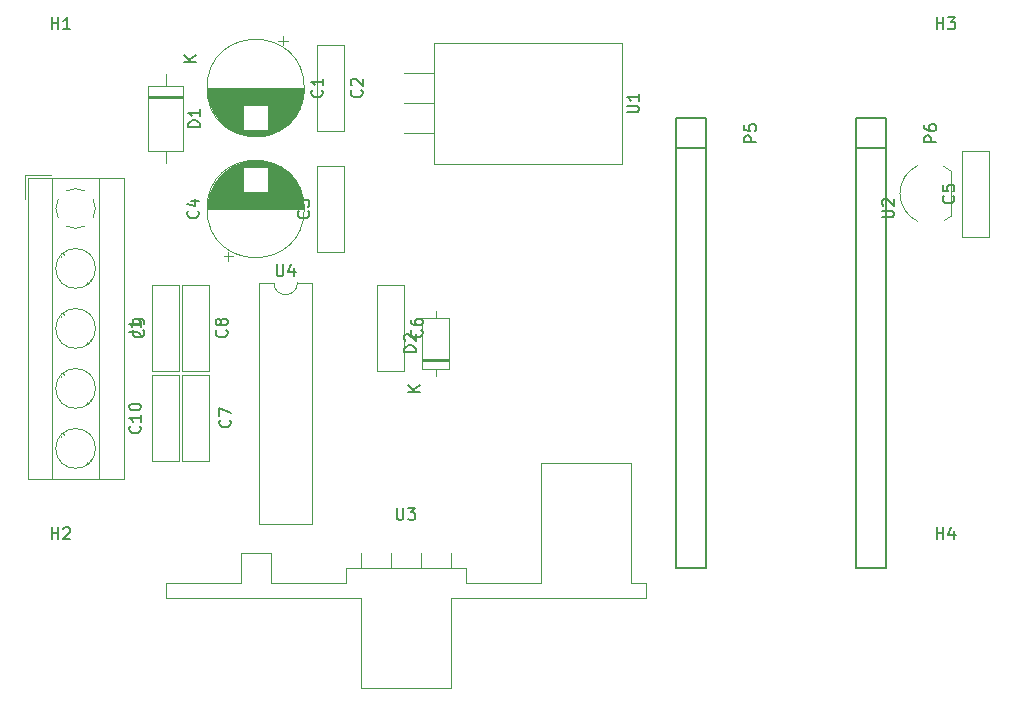
<source format=gbr>
G04 #@! TF.GenerationSoftware,KiCad,Pcbnew,5.1.6*
G04 #@! TF.CreationDate,2020-05-30T14:27:56+02:00*
G04 #@! TF.ProjectId,transmitter,7472616e-736d-4697-9474-65722e6b6963,rev?*
G04 #@! TF.SameCoordinates,PX41672a0PY6350ce0*
G04 #@! TF.FileFunction,Legend,Top*
G04 #@! TF.FilePolarity,Positive*
%FSLAX46Y46*%
G04 Gerber Fmt 4.6, Leading zero omitted, Abs format (unit mm)*
G04 Created by KiCad (PCBNEW 5.1.6) date 2020-05-30 14:27:56*
%MOMM*%
%LPD*%
G01*
G04 APERTURE LIST*
%ADD10C,0.120000*%
%ADD11C,0.150000*%
G04 APERTURE END LIST*
D10*
X80440000Y36160000D02*
X80440000Y40010000D01*
X79852264Y40402383D02*
G75*
G02*
X80440000Y40010000I-1112264J-2302383D01*
G01*
X77641193Y40456400D02*
G75*
G03*
X76140000Y38100000I1098807J-2356400D01*
G01*
X77641193Y35743600D02*
G75*
G02*
X76140000Y38100000I1098807J2356400D01*
G01*
X79862045Y35777369D02*
G75*
G03*
X80440000Y36160000I-1122045J2322631D01*
G01*
D11*
X74930000Y41910000D02*
X74930000Y44450000D01*
X74930000Y44450000D02*
X72390000Y44450000D01*
X72390000Y44450000D02*
X72390000Y41910000D01*
X74930000Y41910000D02*
X74930000Y6350000D01*
X74930000Y6350000D02*
X72390000Y6350000D01*
X72390000Y6350000D02*
X72390000Y41910000D01*
X72390000Y41910000D02*
X74930000Y41910000D01*
X59690000Y41910000D02*
X59690000Y44450000D01*
X59690000Y44450000D02*
X57150000Y44450000D01*
X57150000Y44450000D02*
X57150000Y41910000D01*
X59690000Y41910000D02*
X59690000Y6350000D01*
X59690000Y6350000D02*
X57150000Y6350000D01*
X57150000Y6350000D02*
X57150000Y41910000D01*
X57150000Y41910000D02*
X59690000Y41910000D01*
D10*
X13970000Y5080000D02*
X20320000Y5080000D01*
X29210000Y5080000D02*
X29210000Y6350000D01*
X29210000Y6350000D02*
X39370000Y6350000D01*
X39370000Y6350000D02*
X39370000Y5080000D01*
X39370000Y5080000D02*
X45720000Y5080000D01*
X45720000Y5080000D02*
X45720000Y15240000D01*
X45720000Y15240000D02*
X53340000Y15240000D01*
X53340000Y15240000D02*
X53340000Y5080000D01*
X53340000Y5080000D02*
X54610000Y5080000D01*
X54610000Y5080000D02*
X54610000Y3810000D01*
X54610000Y3810000D02*
X38100000Y3810000D01*
X38100000Y3810000D02*
X38100000Y-3810000D01*
X38100000Y-3810000D02*
X30480000Y-3810000D01*
X30480000Y-3810000D02*
X30480000Y3810000D01*
X30480000Y3810000D02*
X13970000Y3810000D01*
X13970000Y3810000D02*
X13970000Y5080000D01*
X29210000Y5080000D02*
X22860000Y5080000D01*
X22860000Y5080000D02*
X22860000Y7620000D01*
X22860000Y7620000D02*
X20320000Y7620000D01*
X20320000Y7620000D02*
X20320000Y5080000D01*
X30480000Y7620000D02*
X30480000Y6350000D01*
X33020000Y7620000D02*
X33020000Y6350000D01*
X35560000Y7620000D02*
X35560000Y6350000D01*
X38100000Y7620000D02*
X38100000Y6350000D01*
X8030000Y31750000D02*
G75*
G03*
X8030000Y31750000I-1680000J0D01*
G01*
X8030000Y26670000D02*
G75*
G03*
X8030000Y26670000I-1680000J0D01*
G01*
X8030000Y21590000D02*
G75*
G03*
X8030000Y21590000I-1680000J0D01*
G01*
X8030000Y16510000D02*
G75*
G03*
X8030000Y16510000I-1680000J0D01*
G01*
X4350000Y39430000D02*
X4350000Y13910000D01*
X8350000Y39430000D02*
X8350000Y13910000D01*
X10410000Y39430000D02*
X10410000Y13910000D01*
X2290000Y39430000D02*
X2290000Y13910000D01*
X10410000Y39430000D02*
X2290000Y39430000D01*
X10410000Y13910000D02*
X2290000Y13910000D01*
X7419000Y30475000D02*
X7326000Y30569000D01*
X5134000Y32760000D02*
X5076000Y32819000D01*
X7625000Y30680000D02*
X7566000Y30739000D01*
X5374000Y32930000D02*
X5281000Y33024000D01*
X7419000Y25395000D02*
X7326000Y25489000D01*
X5134000Y27680000D02*
X5076000Y27739000D01*
X7625000Y25600000D02*
X7566000Y25659000D01*
X5374000Y27850000D02*
X5281000Y27944000D01*
X7419000Y20315000D02*
X7326000Y20409000D01*
X5134000Y22600000D02*
X5076000Y22659000D01*
X7625000Y20520000D02*
X7566000Y20579000D01*
X5374000Y22770000D02*
X5281000Y22864000D01*
X7419000Y15235000D02*
X7326000Y15329000D01*
X5134000Y17520000D02*
X5076000Y17579000D01*
X7625000Y15440000D02*
X7566000Y15499000D01*
X5374000Y17690000D02*
X5281000Y17784000D01*
X4290000Y39670000D02*
X2050000Y39670000D01*
X2050000Y39670000D02*
X2050000Y37670000D01*
X4669550Y36800617D02*
G75*
G02*
X4866000Y37619000I1680450J29383D01*
G01*
X5560912Y38313953D02*
G75*
G02*
X7139000Y38314000I789088J-1483953D01*
G01*
X7833953Y37619088D02*
G75*
G02*
X7834000Y36041000I-1483953J-789088D01*
G01*
X7139088Y35346047D02*
G75*
G02*
X5561000Y35346000I-789088J1483953D01*
G01*
X4866648Y36041288D02*
G75*
G02*
X4670000Y36830000I1483352J788712D01*
G01*
X23130000Y30540000D02*
X21880000Y30540000D01*
X21880000Y30540000D02*
X21880000Y10100000D01*
X21880000Y10100000D02*
X26380000Y10100000D01*
X26380000Y10100000D02*
X26380000Y30540000D01*
X26380000Y30540000D02*
X25130000Y30540000D01*
X25130000Y30540000D02*
G75*
G02*
X23130000Y30540000I-1000000J0D01*
G01*
X36710000Y50840000D02*
X36710000Y40600000D01*
X52600000Y50840000D02*
X52600000Y40600000D01*
X52600000Y50840000D02*
X36710000Y50840000D01*
X52600000Y40600000D02*
X36710000Y40600000D01*
X36710000Y48260000D02*
X34170000Y48260000D01*
X36710000Y45720000D02*
X34170000Y45720000D01*
X36710000Y43180000D02*
X34170000Y43180000D01*
X35710000Y23280000D02*
X37950000Y23280000D01*
X37950000Y23280000D02*
X37950000Y27520000D01*
X37950000Y27520000D02*
X35710000Y27520000D01*
X35710000Y27520000D02*
X35710000Y23280000D01*
X36830000Y22630000D02*
X36830000Y23280000D01*
X36830000Y28170000D02*
X36830000Y27520000D01*
X35710000Y24000000D02*
X37950000Y24000000D01*
X35710000Y24120000D02*
X37950000Y24120000D01*
X35710000Y23880000D02*
X37950000Y23880000D01*
X15440000Y47170000D02*
X12500000Y47170000D01*
X12500000Y47170000D02*
X12500000Y41730000D01*
X12500000Y41730000D02*
X15440000Y41730000D01*
X15440000Y41730000D02*
X15440000Y47170000D01*
X13970000Y48190000D02*
X13970000Y47170000D01*
X13970000Y40710000D02*
X13970000Y41730000D01*
X15440000Y46270000D02*
X12500000Y46270000D01*
X15440000Y46150000D02*
X12500000Y46150000D01*
X15440000Y46390000D02*
X12500000Y46390000D01*
X12850000Y15470000D02*
X12850000Y22710000D01*
X15090000Y15470000D02*
X15090000Y22710000D01*
X12850000Y15470000D02*
X15090000Y15470000D01*
X12850000Y22710000D02*
X15090000Y22710000D01*
X12850000Y23090000D02*
X12850000Y30330000D01*
X15090000Y23090000D02*
X15090000Y30330000D01*
X12850000Y23090000D02*
X15090000Y23090000D01*
X12850000Y30330000D02*
X15090000Y30330000D01*
X17630000Y30330000D02*
X17630000Y23090000D01*
X15390000Y30330000D02*
X15390000Y23090000D01*
X17630000Y30330000D02*
X15390000Y30330000D01*
X17630000Y23090000D02*
X15390000Y23090000D01*
X17630000Y22710000D02*
X17630000Y15470000D01*
X15390000Y22710000D02*
X15390000Y15470000D01*
X17630000Y22710000D02*
X15390000Y22710000D01*
X17630000Y15470000D02*
X15390000Y15470000D01*
X34140000Y30330000D02*
X34140000Y23090000D01*
X31900000Y30330000D02*
X31900000Y23090000D01*
X34140000Y30330000D02*
X31900000Y30330000D01*
X34140000Y23090000D02*
X31900000Y23090000D01*
X81430000Y34440000D02*
X81430000Y41680000D01*
X83670000Y34440000D02*
X83670000Y41680000D01*
X81430000Y34440000D02*
X83670000Y34440000D01*
X81430000Y41680000D02*
X83670000Y41680000D01*
X25710000Y36790000D02*
G75*
G03*
X25710000Y36790000I-4120000J0D01*
G01*
X17510000Y36790000D02*
X25670000Y36790000D01*
X17510000Y36830000D02*
X25670000Y36830000D01*
X17510000Y36870000D02*
X25670000Y36870000D01*
X17511000Y36910000D02*
X25669000Y36910000D01*
X17513000Y36950000D02*
X25667000Y36950000D01*
X17514000Y36990000D02*
X25666000Y36990000D01*
X17516000Y37030000D02*
X25664000Y37030000D01*
X17519000Y37070000D02*
X25661000Y37070000D01*
X17522000Y37110000D02*
X25658000Y37110000D01*
X17525000Y37150000D02*
X25655000Y37150000D01*
X17529000Y37190000D02*
X25651000Y37190000D01*
X17533000Y37230000D02*
X25647000Y37230000D01*
X17538000Y37270000D02*
X25642000Y37270000D01*
X17542000Y37310000D02*
X25638000Y37310000D01*
X17548000Y37350000D02*
X25632000Y37350000D01*
X17553000Y37390000D02*
X25627000Y37390000D01*
X17560000Y37430000D02*
X25620000Y37430000D01*
X17566000Y37470000D02*
X25614000Y37470000D01*
X17573000Y37511000D02*
X25607000Y37511000D01*
X17580000Y37551000D02*
X25600000Y37551000D01*
X17588000Y37591000D02*
X25592000Y37591000D01*
X17596000Y37631000D02*
X25584000Y37631000D01*
X17605000Y37671000D02*
X25575000Y37671000D01*
X17614000Y37711000D02*
X25566000Y37711000D01*
X17623000Y37751000D02*
X25557000Y37751000D01*
X17633000Y37791000D02*
X25547000Y37791000D01*
X17643000Y37831000D02*
X25537000Y37831000D01*
X17654000Y37871000D02*
X25526000Y37871000D01*
X17665000Y37911000D02*
X25515000Y37911000D01*
X17676000Y37951000D02*
X25504000Y37951000D01*
X17688000Y37991000D02*
X25492000Y37991000D01*
X17701000Y38031000D02*
X25479000Y38031000D01*
X17713000Y38071000D02*
X25467000Y38071000D01*
X17727000Y38111000D02*
X25453000Y38111000D01*
X17740000Y38151000D02*
X25440000Y38151000D01*
X17755000Y38191000D02*
X25425000Y38191000D01*
X17769000Y38231000D02*
X25411000Y38231000D01*
X17785000Y38271000D02*
X20550000Y38271000D01*
X22630000Y38271000D02*
X25395000Y38271000D01*
X17800000Y38311000D02*
X20550000Y38311000D01*
X22630000Y38311000D02*
X25380000Y38311000D01*
X17816000Y38351000D02*
X20550000Y38351000D01*
X22630000Y38351000D02*
X25364000Y38351000D01*
X17833000Y38391000D02*
X20550000Y38391000D01*
X22630000Y38391000D02*
X25347000Y38391000D01*
X17850000Y38431000D02*
X20550000Y38431000D01*
X22630000Y38431000D02*
X25330000Y38431000D01*
X17868000Y38471000D02*
X20550000Y38471000D01*
X22630000Y38471000D02*
X25312000Y38471000D01*
X17886000Y38511000D02*
X20550000Y38511000D01*
X22630000Y38511000D02*
X25294000Y38511000D01*
X17904000Y38551000D02*
X20550000Y38551000D01*
X22630000Y38551000D02*
X25276000Y38551000D01*
X17924000Y38591000D02*
X20550000Y38591000D01*
X22630000Y38591000D02*
X25256000Y38591000D01*
X17943000Y38631000D02*
X20550000Y38631000D01*
X22630000Y38631000D02*
X25237000Y38631000D01*
X17963000Y38671000D02*
X20550000Y38671000D01*
X22630000Y38671000D02*
X25217000Y38671000D01*
X17984000Y38711000D02*
X20550000Y38711000D01*
X22630000Y38711000D02*
X25196000Y38711000D01*
X18006000Y38751000D02*
X20550000Y38751000D01*
X22630000Y38751000D02*
X25174000Y38751000D01*
X18028000Y38791000D02*
X20550000Y38791000D01*
X22630000Y38791000D02*
X25152000Y38791000D01*
X18050000Y38831000D02*
X20550000Y38831000D01*
X22630000Y38831000D02*
X25130000Y38831000D01*
X18073000Y38871000D02*
X20550000Y38871000D01*
X22630000Y38871000D02*
X25107000Y38871000D01*
X18097000Y38911000D02*
X20550000Y38911000D01*
X22630000Y38911000D02*
X25083000Y38911000D01*
X18121000Y38951000D02*
X20550000Y38951000D01*
X22630000Y38951000D02*
X25059000Y38951000D01*
X18146000Y38991000D02*
X20550000Y38991000D01*
X22630000Y38991000D02*
X25034000Y38991000D01*
X18172000Y39031000D02*
X20550000Y39031000D01*
X22630000Y39031000D02*
X25008000Y39031000D01*
X18198000Y39071000D02*
X20550000Y39071000D01*
X22630000Y39071000D02*
X24982000Y39071000D01*
X18225000Y39111000D02*
X20550000Y39111000D01*
X22630000Y39111000D02*
X24955000Y39111000D01*
X18252000Y39151000D02*
X20550000Y39151000D01*
X22630000Y39151000D02*
X24928000Y39151000D01*
X18281000Y39191000D02*
X20550000Y39191000D01*
X22630000Y39191000D02*
X24899000Y39191000D01*
X18310000Y39231000D02*
X20550000Y39231000D01*
X22630000Y39231000D02*
X24870000Y39231000D01*
X18340000Y39271000D02*
X20550000Y39271000D01*
X22630000Y39271000D02*
X24840000Y39271000D01*
X18370000Y39311000D02*
X20550000Y39311000D01*
X22630000Y39311000D02*
X24810000Y39311000D01*
X18401000Y39351000D02*
X20550000Y39351000D01*
X22630000Y39351000D02*
X24779000Y39351000D01*
X18434000Y39391000D02*
X20550000Y39391000D01*
X22630000Y39391000D02*
X24746000Y39391000D01*
X18466000Y39431000D02*
X20550000Y39431000D01*
X22630000Y39431000D02*
X24714000Y39431000D01*
X18500000Y39471000D02*
X20550000Y39471000D01*
X22630000Y39471000D02*
X24680000Y39471000D01*
X18535000Y39511000D02*
X20550000Y39511000D01*
X22630000Y39511000D02*
X24645000Y39511000D01*
X18571000Y39551000D02*
X20550000Y39551000D01*
X22630000Y39551000D02*
X24609000Y39551000D01*
X18607000Y39591000D02*
X20550000Y39591000D01*
X22630000Y39591000D02*
X24573000Y39591000D01*
X18645000Y39631000D02*
X20550000Y39631000D01*
X22630000Y39631000D02*
X24535000Y39631000D01*
X18683000Y39671000D02*
X20550000Y39671000D01*
X22630000Y39671000D02*
X24497000Y39671000D01*
X18723000Y39711000D02*
X20550000Y39711000D01*
X22630000Y39711000D02*
X24457000Y39711000D01*
X18764000Y39751000D02*
X20550000Y39751000D01*
X22630000Y39751000D02*
X24416000Y39751000D01*
X18806000Y39791000D02*
X20550000Y39791000D01*
X22630000Y39791000D02*
X24374000Y39791000D01*
X18849000Y39831000D02*
X20550000Y39831000D01*
X22630000Y39831000D02*
X24331000Y39831000D01*
X18893000Y39871000D02*
X20550000Y39871000D01*
X22630000Y39871000D02*
X24287000Y39871000D01*
X18939000Y39911000D02*
X20550000Y39911000D01*
X22630000Y39911000D02*
X24241000Y39911000D01*
X18986000Y39951000D02*
X20550000Y39951000D01*
X22630000Y39951000D02*
X24194000Y39951000D01*
X19034000Y39991000D02*
X20550000Y39991000D01*
X22630000Y39991000D02*
X24146000Y39991000D01*
X19085000Y40031000D02*
X20550000Y40031000D01*
X22630000Y40031000D02*
X24095000Y40031000D01*
X19136000Y40071000D02*
X20550000Y40071000D01*
X22630000Y40071000D02*
X24044000Y40071000D01*
X19190000Y40111000D02*
X20550000Y40111000D01*
X22630000Y40111000D02*
X23990000Y40111000D01*
X19245000Y40151000D02*
X20550000Y40151000D01*
X22630000Y40151000D02*
X23935000Y40151000D01*
X19303000Y40191000D02*
X20550000Y40191000D01*
X22630000Y40191000D02*
X23877000Y40191000D01*
X19362000Y40231000D02*
X20550000Y40231000D01*
X22630000Y40231000D02*
X23818000Y40231000D01*
X19424000Y40271000D02*
X20550000Y40271000D01*
X22630000Y40271000D02*
X23756000Y40271000D01*
X19488000Y40311000D02*
X20550000Y40311000D01*
X22630000Y40311000D02*
X23692000Y40311000D01*
X19556000Y40351000D02*
X23624000Y40351000D01*
X19626000Y40391000D02*
X23554000Y40391000D01*
X19700000Y40431000D02*
X23480000Y40431000D01*
X19777000Y40471000D02*
X23403000Y40471000D01*
X19859000Y40511000D02*
X23321000Y40511000D01*
X19945000Y40551000D02*
X23235000Y40551000D01*
X20038000Y40591000D02*
X23142000Y40591000D01*
X20137000Y40631000D02*
X23043000Y40631000D01*
X20244000Y40671000D02*
X22936000Y40671000D01*
X20361000Y40711000D02*
X22819000Y40711000D01*
X20492000Y40751000D02*
X22688000Y40751000D01*
X20642000Y40791000D02*
X22538000Y40791000D01*
X20822000Y40831000D02*
X22358000Y40831000D01*
X21057000Y40871000D02*
X22123000Y40871000D01*
X19275000Y32380302D02*
X19275000Y33180302D01*
X18875000Y32780302D02*
X19675000Y32780302D01*
X26820000Y33170000D02*
X26820000Y40410000D01*
X29060000Y33170000D02*
X29060000Y40410000D01*
X26820000Y33170000D02*
X29060000Y33170000D01*
X26820000Y40410000D02*
X29060000Y40410000D01*
X29060000Y50650000D02*
X29060000Y43410000D01*
X26820000Y50650000D02*
X26820000Y43410000D01*
X29060000Y50650000D02*
X26820000Y50650000D01*
X29060000Y43410000D02*
X26820000Y43410000D01*
X25710000Y47030000D02*
G75*
G03*
X25710000Y47030000I-4120000J0D01*
G01*
X25670000Y47030000D02*
X17510000Y47030000D01*
X25670000Y46990000D02*
X17510000Y46990000D01*
X25670000Y46950000D02*
X17510000Y46950000D01*
X25669000Y46910000D02*
X17511000Y46910000D01*
X25667000Y46870000D02*
X17513000Y46870000D01*
X25666000Y46830000D02*
X17514000Y46830000D01*
X25664000Y46790000D02*
X17516000Y46790000D01*
X25661000Y46750000D02*
X17519000Y46750000D01*
X25658000Y46710000D02*
X17522000Y46710000D01*
X25655000Y46670000D02*
X17525000Y46670000D01*
X25651000Y46630000D02*
X17529000Y46630000D01*
X25647000Y46590000D02*
X17533000Y46590000D01*
X25642000Y46550000D02*
X17538000Y46550000D01*
X25638000Y46510000D02*
X17542000Y46510000D01*
X25632000Y46470000D02*
X17548000Y46470000D01*
X25627000Y46430000D02*
X17553000Y46430000D01*
X25620000Y46390000D02*
X17560000Y46390000D01*
X25614000Y46350000D02*
X17566000Y46350000D01*
X25607000Y46309000D02*
X17573000Y46309000D01*
X25600000Y46269000D02*
X17580000Y46269000D01*
X25592000Y46229000D02*
X17588000Y46229000D01*
X25584000Y46189000D02*
X17596000Y46189000D01*
X25575000Y46149000D02*
X17605000Y46149000D01*
X25566000Y46109000D02*
X17614000Y46109000D01*
X25557000Y46069000D02*
X17623000Y46069000D01*
X25547000Y46029000D02*
X17633000Y46029000D01*
X25537000Y45989000D02*
X17643000Y45989000D01*
X25526000Y45949000D02*
X17654000Y45949000D01*
X25515000Y45909000D02*
X17665000Y45909000D01*
X25504000Y45869000D02*
X17676000Y45869000D01*
X25492000Y45829000D02*
X17688000Y45829000D01*
X25479000Y45789000D02*
X17701000Y45789000D01*
X25467000Y45749000D02*
X17713000Y45749000D01*
X25453000Y45709000D02*
X17727000Y45709000D01*
X25440000Y45669000D02*
X17740000Y45669000D01*
X25425000Y45629000D02*
X17755000Y45629000D01*
X25411000Y45589000D02*
X17769000Y45589000D01*
X25395000Y45549000D02*
X22630000Y45549000D01*
X20550000Y45549000D02*
X17785000Y45549000D01*
X25380000Y45509000D02*
X22630000Y45509000D01*
X20550000Y45509000D02*
X17800000Y45509000D01*
X25364000Y45469000D02*
X22630000Y45469000D01*
X20550000Y45469000D02*
X17816000Y45469000D01*
X25347000Y45429000D02*
X22630000Y45429000D01*
X20550000Y45429000D02*
X17833000Y45429000D01*
X25330000Y45389000D02*
X22630000Y45389000D01*
X20550000Y45389000D02*
X17850000Y45389000D01*
X25312000Y45349000D02*
X22630000Y45349000D01*
X20550000Y45349000D02*
X17868000Y45349000D01*
X25294000Y45309000D02*
X22630000Y45309000D01*
X20550000Y45309000D02*
X17886000Y45309000D01*
X25276000Y45269000D02*
X22630000Y45269000D01*
X20550000Y45269000D02*
X17904000Y45269000D01*
X25256000Y45229000D02*
X22630000Y45229000D01*
X20550000Y45229000D02*
X17924000Y45229000D01*
X25237000Y45189000D02*
X22630000Y45189000D01*
X20550000Y45189000D02*
X17943000Y45189000D01*
X25217000Y45149000D02*
X22630000Y45149000D01*
X20550000Y45149000D02*
X17963000Y45149000D01*
X25196000Y45109000D02*
X22630000Y45109000D01*
X20550000Y45109000D02*
X17984000Y45109000D01*
X25174000Y45069000D02*
X22630000Y45069000D01*
X20550000Y45069000D02*
X18006000Y45069000D01*
X25152000Y45029000D02*
X22630000Y45029000D01*
X20550000Y45029000D02*
X18028000Y45029000D01*
X25130000Y44989000D02*
X22630000Y44989000D01*
X20550000Y44989000D02*
X18050000Y44989000D01*
X25107000Y44949000D02*
X22630000Y44949000D01*
X20550000Y44949000D02*
X18073000Y44949000D01*
X25083000Y44909000D02*
X22630000Y44909000D01*
X20550000Y44909000D02*
X18097000Y44909000D01*
X25059000Y44869000D02*
X22630000Y44869000D01*
X20550000Y44869000D02*
X18121000Y44869000D01*
X25034000Y44829000D02*
X22630000Y44829000D01*
X20550000Y44829000D02*
X18146000Y44829000D01*
X25008000Y44789000D02*
X22630000Y44789000D01*
X20550000Y44789000D02*
X18172000Y44789000D01*
X24982000Y44749000D02*
X22630000Y44749000D01*
X20550000Y44749000D02*
X18198000Y44749000D01*
X24955000Y44709000D02*
X22630000Y44709000D01*
X20550000Y44709000D02*
X18225000Y44709000D01*
X24928000Y44669000D02*
X22630000Y44669000D01*
X20550000Y44669000D02*
X18252000Y44669000D01*
X24899000Y44629000D02*
X22630000Y44629000D01*
X20550000Y44629000D02*
X18281000Y44629000D01*
X24870000Y44589000D02*
X22630000Y44589000D01*
X20550000Y44589000D02*
X18310000Y44589000D01*
X24840000Y44549000D02*
X22630000Y44549000D01*
X20550000Y44549000D02*
X18340000Y44549000D01*
X24810000Y44509000D02*
X22630000Y44509000D01*
X20550000Y44509000D02*
X18370000Y44509000D01*
X24779000Y44469000D02*
X22630000Y44469000D01*
X20550000Y44469000D02*
X18401000Y44469000D01*
X24746000Y44429000D02*
X22630000Y44429000D01*
X20550000Y44429000D02*
X18434000Y44429000D01*
X24714000Y44389000D02*
X22630000Y44389000D01*
X20550000Y44389000D02*
X18466000Y44389000D01*
X24680000Y44349000D02*
X22630000Y44349000D01*
X20550000Y44349000D02*
X18500000Y44349000D01*
X24645000Y44309000D02*
X22630000Y44309000D01*
X20550000Y44309000D02*
X18535000Y44309000D01*
X24609000Y44269000D02*
X22630000Y44269000D01*
X20550000Y44269000D02*
X18571000Y44269000D01*
X24573000Y44229000D02*
X22630000Y44229000D01*
X20550000Y44229000D02*
X18607000Y44229000D01*
X24535000Y44189000D02*
X22630000Y44189000D01*
X20550000Y44189000D02*
X18645000Y44189000D01*
X24497000Y44149000D02*
X22630000Y44149000D01*
X20550000Y44149000D02*
X18683000Y44149000D01*
X24457000Y44109000D02*
X22630000Y44109000D01*
X20550000Y44109000D02*
X18723000Y44109000D01*
X24416000Y44069000D02*
X22630000Y44069000D01*
X20550000Y44069000D02*
X18764000Y44069000D01*
X24374000Y44029000D02*
X22630000Y44029000D01*
X20550000Y44029000D02*
X18806000Y44029000D01*
X24331000Y43989000D02*
X22630000Y43989000D01*
X20550000Y43989000D02*
X18849000Y43989000D01*
X24287000Y43949000D02*
X22630000Y43949000D01*
X20550000Y43949000D02*
X18893000Y43949000D01*
X24241000Y43909000D02*
X22630000Y43909000D01*
X20550000Y43909000D02*
X18939000Y43909000D01*
X24194000Y43869000D02*
X22630000Y43869000D01*
X20550000Y43869000D02*
X18986000Y43869000D01*
X24146000Y43829000D02*
X22630000Y43829000D01*
X20550000Y43829000D02*
X19034000Y43829000D01*
X24095000Y43789000D02*
X22630000Y43789000D01*
X20550000Y43789000D02*
X19085000Y43789000D01*
X24044000Y43749000D02*
X22630000Y43749000D01*
X20550000Y43749000D02*
X19136000Y43749000D01*
X23990000Y43709000D02*
X22630000Y43709000D01*
X20550000Y43709000D02*
X19190000Y43709000D01*
X23935000Y43669000D02*
X22630000Y43669000D01*
X20550000Y43669000D02*
X19245000Y43669000D01*
X23877000Y43629000D02*
X22630000Y43629000D01*
X20550000Y43629000D02*
X19303000Y43629000D01*
X23818000Y43589000D02*
X22630000Y43589000D01*
X20550000Y43589000D02*
X19362000Y43589000D01*
X23756000Y43549000D02*
X22630000Y43549000D01*
X20550000Y43549000D02*
X19424000Y43549000D01*
X23692000Y43509000D02*
X22630000Y43509000D01*
X20550000Y43509000D02*
X19488000Y43509000D01*
X23624000Y43469000D02*
X19556000Y43469000D01*
X23554000Y43429000D02*
X19626000Y43429000D01*
X23480000Y43389000D02*
X19700000Y43389000D01*
X23403000Y43349000D02*
X19777000Y43349000D01*
X23321000Y43309000D02*
X19859000Y43309000D01*
X23235000Y43269000D02*
X19945000Y43269000D01*
X23142000Y43229000D02*
X20038000Y43229000D01*
X23043000Y43189000D02*
X20137000Y43189000D01*
X22936000Y43149000D02*
X20244000Y43149000D01*
X22819000Y43109000D02*
X20361000Y43109000D01*
X22688000Y43069000D02*
X20492000Y43069000D01*
X22538000Y43029000D02*
X20642000Y43029000D01*
X22358000Y42989000D02*
X20822000Y42989000D01*
X22123000Y42949000D02*
X21057000Y42949000D01*
X23905000Y51439698D02*
X23905000Y50639698D01*
X24305000Y51039698D02*
X23505000Y51039698D01*
D11*
X74632380Y36068096D02*
X75441904Y36068096D01*
X75537142Y36115715D01*
X75584761Y36163334D01*
X75632380Y36258572D01*
X75632380Y36449048D01*
X75584761Y36544286D01*
X75537142Y36591905D01*
X75441904Y36639524D01*
X74632380Y36639524D01*
X74727619Y37068096D02*
X74680000Y37115715D01*
X74632380Y37210953D01*
X74632380Y37449048D01*
X74680000Y37544286D01*
X74727619Y37591905D01*
X74822857Y37639524D01*
X74918095Y37639524D01*
X75060952Y37591905D01*
X75632380Y37020477D01*
X75632380Y37639524D01*
X79212380Y42441905D02*
X78212380Y42441905D01*
X78212380Y42822858D01*
X78260000Y42918096D01*
X78307619Y42965715D01*
X78402857Y43013334D01*
X78545714Y43013334D01*
X78640952Y42965715D01*
X78688571Y42918096D01*
X78736190Y42822858D01*
X78736190Y42441905D01*
X78212380Y43870477D02*
X78212380Y43680000D01*
X78260000Y43584762D01*
X78307619Y43537143D01*
X78450476Y43441905D01*
X78640952Y43394286D01*
X79021904Y43394286D01*
X79117142Y43441905D01*
X79164761Y43489524D01*
X79212380Y43584762D01*
X79212380Y43775239D01*
X79164761Y43870477D01*
X79117142Y43918096D01*
X79021904Y43965715D01*
X78783809Y43965715D01*
X78688571Y43918096D01*
X78640952Y43870477D01*
X78593333Y43775239D01*
X78593333Y43584762D01*
X78640952Y43489524D01*
X78688571Y43441905D01*
X78783809Y43394286D01*
X63972380Y42441905D02*
X62972380Y42441905D01*
X62972380Y42822858D01*
X63020000Y42918096D01*
X63067619Y42965715D01*
X63162857Y43013334D01*
X63305714Y43013334D01*
X63400952Y42965715D01*
X63448571Y42918096D01*
X63496190Y42822858D01*
X63496190Y42441905D01*
X62972380Y43918096D02*
X62972380Y43441905D01*
X63448571Y43394286D01*
X63400952Y43441905D01*
X63353333Y43537143D01*
X63353333Y43775239D01*
X63400952Y43870477D01*
X63448571Y43918096D01*
X63543809Y43965715D01*
X63781904Y43965715D01*
X63877142Y43918096D01*
X63924761Y43870477D01*
X63972380Y43775239D01*
X63972380Y43537143D01*
X63924761Y43441905D01*
X63877142Y43394286D01*
X33528095Y11477620D02*
X33528095Y10668096D01*
X33575714Y10572858D01*
X33623333Y10525239D01*
X33718571Y10477620D01*
X33909047Y10477620D01*
X34004285Y10525239D01*
X34051904Y10572858D01*
X34099523Y10668096D01*
X34099523Y11477620D01*
X34480476Y11477620D02*
X35099523Y11477620D01*
X34766190Y11096667D01*
X34909047Y11096667D01*
X35004285Y11049048D01*
X35051904Y11001429D01*
X35099523Y10906191D01*
X35099523Y10668096D01*
X35051904Y10572858D01*
X35004285Y10525239D01*
X34909047Y10477620D01*
X34623333Y10477620D01*
X34528095Y10525239D01*
X34480476Y10572858D01*
X10862380Y26336667D02*
X11576666Y26336667D01*
X11719523Y26289048D01*
X11814761Y26193810D01*
X11862380Y26050953D01*
X11862380Y25955715D01*
X11862380Y27336667D02*
X11862380Y26765239D01*
X11862380Y27050953D02*
X10862380Y27050953D01*
X11005238Y26955715D01*
X11100476Y26860477D01*
X11148095Y26765239D01*
X79248095Y8827620D02*
X79248095Y9827620D01*
X79248095Y9351429D02*
X79819523Y9351429D01*
X79819523Y8827620D02*
X79819523Y9827620D01*
X80724285Y9494286D02*
X80724285Y8827620D01*
X80486190Y9875239D02*
X80248095Y9160953D01*
X80867142Y9160953D01*
X79248095Y52007620D02*
X79248095Y53007620D01*
X79248095Y52531429D02*
X79819523Y52531429D01*
X79819523Y52007620D02*
X79819523Y53007620D01*
X80200476Y53007620D02*
X80819523Y53007620D01*
X80486190Y52626667D01*
X80629047Y52626667D01*
X80724285Y52579048D01*
X80771904Y52531429D01*
X80819523Y52436191D01*
X80819523Y52198096D01*
X80771904Y52102858D01*
X80724285Y52055239D01*
X80629047Y52007620D01*
X80343333Y52007620D01*
X80248095Y52055239D01*
X80200476Y52102858D01*
X4318095Y8827620D02*
X4318095Y9827620D01*
X4318095Y9351429D02*
X4889523Y9351429D01*
X4889523Y8827620D02*
X4889523Y9827620D01*
X5318095Y9732381D02*
X5365714Y9780000D01*
X5460952Y9827620D01*
X5699047Y9827620D01*
X5794285Y9780000D01*
X5841904Y9732381D01*
X5889523Y9637143D01*
X5889523Y9541905D01*
X5841904Y9399048D01*
X5270476Y8827620D01*
X5889523Y8827620D01*
X4318095Y52007620D02*
X4318095Y53007620D01*
X4318095Y52531429D02*
X4889523Y52531429D01*
X4889523Y52007620D02*
X4889523Y53007620D01*
X5889523Y52007620D02*
X5318095Y52007620D01*
X5603809Y52007620D02*
X5603809Y53007620D01*
X5508571Y52864762D01*
X5413333Y52769524D01*
X5318095Y52721905D01*
X23368095Y32087620D02*
X23368095Y31278096D01*
X23415714Y31182858D01*
X23463333Y31135239D01*
X23558571Y31087620D01*
X23749047Y31087620D01*
X23844285Y31135239D01*
X23891904Y31182858D01*
X23939523Y31278096D01*
X23939523Y32087620D01*
X24844285Y31754286D02*
X24844285Y31087620D01*
X24606190Y32135239D02*
X24368095Y31420953D01*
X24987142Y31420953D01*
X53052380Y44958096D02*
X53861904Y44958096D01*
X53957142Y45005715D01*
X54004761Y45053334D01*
X54052380Y45148572D01*
X54052380Y45339048D01*
X54004761Y45434286D01*
X53957142Y45481905D01*
X53861904Y45529524D01*
X53052380Y45529524D01*
X54052380Y46529524D02*
X54052380Y45958096D01*
X54052380Y46243810D02*
X53052380Y46243810D01*
X53195238Y46148572D01*
X53290476Y46053334D01*
X53338095Y45958096D01*
X35162380Y24661905D02*
X34162380Y24661905D01*
X34162380Y24900000D01*
X34210000Y25042858D01*
X34305238Y25138096D01*
X34400476Y25185715D01*
X34590952Y25233334D01*
X34733809Y25233334D01*
X34924285Y25185715D01*
X35019523Y25138096D01*
X35114761Y25042858D01*
X35162380Y24900000D01*
X35162380Y24661905D01*
X34257619Y25614286D02*
X34210000Y25661905D01*
X34162380Y25757143D01*
X34162380Y25995239D01*
X34210000Y26090477D01*
X34257619Y26138096D01*
X34352857Y26185715D01*
X34448095Y26185715D01*
X34590952Y26138096D01*
X35162380Y25566667D01*
X35162380Y26185715D01*
X35482380Y21328096D02*
X34482380Y21328096D01*
X35482380Y21899524D02*
X34910952Y21470953D01*
X34482380Y21899524D02*
X35053809Y21328096D01*
X16892380Y43711905D02*
X15892380Y43711905D01*
X15892380Y43950000D01*
X15940000Y44092858D01*
X16035238Y44188096D01*
X16130476Y44235715D01*
X16320952Y44283334D01*
X16463809Y44283334D01*
X16654285Y44235715D01*
X16749523Y44188096D01*
X16844761Y44092858D01*
X16892380Y43950000D01*
X16892380Y43711905D01*
X16892380Y45235715D02*
X16892380Y44664286D01*
X16892380Y44950000D02*
X15892380Y44950000D01*
X16035238Y44854762D01*
X16130476Y44759524D01*
X16178095Y44664286D01*
X16522380Y49268096D02*
X15522380Y49268096D01*
X16522380Y49839524D02*
X15950952Y49410953D01*
X15522380Y49839524D02*
X16093809Y49268096D01*
X11787142Y18407143D02*
X11834761Y18359524D01*
X11882380Y18216667D01*
X11882380Y18121429D01*
X11834761Y17978572D01*
X11739523Y17883334D01*
X11644285Y17835715D01*
X11453809Y17788096D01*
X11310952Y17788096D01*
X11120476Y17835715D01*
X11025238Y17883334D01*
X10930000Y17978572D01*
X10882380Y18121429D01*
X10882380Y18216667D01*
X10930000Y18359524D01*
X10977619Y18407143D01*
X11882380Y19359524D02*
X11882380Y18788096D01*
X11882380Y19073810D02*
X10882380Y19073810D01*
X11025238Y18978572D01*
X11120476Y18883334D01*
X11168095Y18788096D01*
X10882380Y19978572D02*
X10882380Y20073810D01*
X10930000Y20169048D01*
X10977619Y20216667D01*
X11072857Y20264286D01*
X11263333Y20311905D01*
X11501428Y20311905D01*
X11691904Y20264286D01*
X11787142Y20216667D01*
X11834761Y20169048D01*
X11882380Y20073810D01*
X11882380Y19978572D01*
X11834761Y19883334D01*
X11787142Y19835715D01*
X11691904Y19788096D01*
X11501428Y19740477D01*
X11263333Y19740477D01*
X11072857Y19788096D01*
X10977619Y19835715D01*
X10930000Y19883334D01*
X10882380Y19978572D01*
X12077142Y26543334D02*
X12124761Y26495715D01*
X12172380Y26352858D01*
X12172380Y26257620D01*
X12124761Y26114762D01*
X12029523Y26019524D01*
X11934285Y25971905D01*
X11743809Y25924286D01*
X11600952Y25924286D01*
X11410476Y25971905D01*
X11315238Y26019524D01*
X11220000Y26114762D01*
X11172380Y26257620D01*
X11172380Y26352858D01*
X11220000Y26495715D01*
X11267619Y26543334D01*
X12172380Y27019524D02*
X12172380Y27210000D01*
X12124761Y27305239D01*
X12077142Y27352858D01*
X11934285Y27448096D01*
X11743809Y27495715D01*
X11362857Y27495715D01*
X11267619Y27448096D01*
X11220000Y27400477D01*
X11172380Y27305239D01*
X11172380Y27114762D01*
X11220000Y27019524D01*
X11267619Y26971905D01*
X11362857Y26924286D01*
X11600952Y26924286D01*
X11696190Y26971905D01*
X11743809Y27019524D01*
X11791428Y27114762D01*
X11791428Y27305239D01*
X11743809Y27400477D01*
X11696190Y27448096D01*
X11600952Y27495715D01*
X19117142Y26543334D02*
X19164761Y26495715D01*
X19212380Y26352858D01*
X19212380Y26257620D01*
X19164761Y26114762D01*
X19069523Y26019524D01*
X18974285Y25971905D01*
X18783809Y25924286D01*
X18640952Y25924286D01*
X18450476Y25971905D01*
X18355238Y26019524D01*
X18260000Y26114762D01*
X18212380Y26257620D01*
X18212380Y26352858D01*
X18260000Y26495715D01*
X18307619Y26543334D01*
X18640952Y27114762D02*
X18593333Y27019524D01*
X18545714Y26971905D01*
X18450476Y26924286D01*
X18402857Y26924286D01*
X18307619Y26971905D01*
X18260000Y27019524D01*
X18212380Y27114762D01*
X18212380Y27305239D01*
X18260000Y27400477D01*
X18307619Y27448096D01*
X18402857Y27495715D01*
X18450476Y27495715D01*
X18545714Y27448096D01*
X18593333Y27400477D01*
X18640952Y27305239D01*
X18640952Y27114762D01*
X18688571Y27019524D01*
X18736190Y26971905D01*
X18831428Y26924286D01*
X19021904Y26924286D01*
X19117142Y26971905D01*
X19164761Y27019524D01*
X19212380Y27114762D01*
X19212380Y27305239D01*
X19164761Y27400477D01*
X19117142Y27448096D01*
X19021904Y27495715D01*
X18831428Y27495715D01*
X18736190Y27448096D01*
X18688571Y27400477D01*
X18640952Y27305239D01*
X19407142Y18923334D02*
X19454761Y18875715D01*
X19502380Y18732858D01*
X19502380Y18637620D01*
X19454761Y18494762D01*
X19359523Y18399524D01*
X19264285Y18351905D01*
X19073809Y18304286D01*
X18930952Y18304286D01*
X18740476Y18351905D01*
X18645238Y18399524D01*
X18550000Y18494762D01*
X18502380Y18637620D01*
X18502380Y18732858D01*
X18550000Y18875715D01*
X18597619Y18923334D01*
X18502380Y19256667D02*
X18502380Y19923334D01*
X19502380Y19494762D01*
X35627142Y26543334D02*
X35674761Y26495715D01*
X35722380Y26352858D01*
X35722380Y26257620D01*
X35674761Y26114762D01*
X35579523Y26019524D01*
X35484285Y25971905D01*
X35293809Y25924286D01*
X35150952Y25924286D01*
X34960476Y25971905D01*
X34865238Y26019524D01*
X34770000Y26114762D01*
X34722380Y26257620D01*
X34722380Y26352858D01*
X34770000Y26495715D01*
X34817619Y26543334D01*
X34722380Y27400477D02*
X34722380Y27210000D01*
X34770000Y27114762D01*
X34817619Y27067143D01*
X34960476Y26971905D01*
X35150952Y26924286D01*
X35531904Y26924286D01*
X35627142Y26971905D01*
X35674761Y27019524D01*
X35722380Y27114762D01*
X35722380Y27305239D01*
X35674761Y27400477D01*
X35627142Y27448096D01*
X35531904Y27495715D01*
X35293809Y27495715D01*
X35198571Y27448096D01*
X35150952Y27400477D01*
X35103333Y27305239D01*
X35103333Y27114762D01*
X35150952Y27019524D01*
X35198571Y26971905D01*
X35293809Y26924286D01*
X80657142Y37893334D02*
X80704761Y37845715D01*
X80752380Y37702858D01*
X80752380Y37607620D01*
X80704761Y37464762D01*
X80609523Y37369524D01*
X80514285Y37321905D01*
X80323809Y37274286D01*
X80180952Y37274286D01*
X79990476Y37321905D01*
X79895238Y37369524D01*
X79800000Y37464762D01*
X79752380Y37607620D01*
X79752380Y37702858D01*
X79800000Y37845715D01*
X79847619Y37893334D01*
X79752380Y38798096D02*
X79752380Y38321905D01*
X80228571Y38274286D01*
X80180952Y38321905D01*
X80133333Y38417143D01*
X80133333Y38655239D01*
X80180952Y38750477D01*
X80228571Y38798096D01*
X80323809Y38845715D01*
X80561904Y38845715D01*
X80657142Y38798096D01*
X80704761Y38750477D01*
X80752380Y38655239D01*
X80752380Y38417143D01*
X80704761Y38321905D01*
X80657142Y38274286D01*
X16697142Y36623334D02*
X16744761Y36575715D01*
X16792380Y36432858D01*
X16792380Y36337620D01*
X16744761Y36194762D01*
X16649523Y36099524D01*
X16554285Y36051905D01*
X16363809Y36004286D01*
X16220952Y36004286D01*
X16030476Y36051905D01*
X15935238Y36099524D01*
X15840000Y36194762D01*
X15792380Y36337620D01*
X15792380Y36432858D01*
X15840000Y36575715D01*
X15887619Y36623334D01*
X16125714Y37480477D02*
X16792380Y37480477D01*
X15744761Y37242381D02*
X16459047Y37004286D01*
X16459047Y37623334D01*
X26047142Y36623334D02*
X26094761Y36575715D01*
X26142380Y36432858D01*
X26142380Y36337620D01*
X26094761Y36194762D01*
X25999523Y36099524D01*
X25904285Y36051905D01*
X25713809Y36004286D01*
X25570952Y36004286D01*
X25380476Y36051905D01*
X25285238Y36099524D01*
X25190000Y36194762D01*
X25142380Y36337620D01*
X25142380Y36432858D01*
X25190000Y36575715D01*
X25237619Y36623334D01*
X25142380Y36956667D02*
X25142380Y37575715D01*
X25523333Y37242381D01*
X25523333Y37385239D01*
X25570952Y37480477D01*
X25618571Y37528096D01*
X25713809Y37575715D01*
X25951904Y37575715D01*
X26047142Y37528096D01*
X26094761Y37480477D01*
X26142380Y37385239D01*
X26142380Y37099524D01*
X26094761Y37004286D01*
X26047142Y36956667D01*
X30547142Y46863334D02*
X30594761Y46815715D01*
X30642380Y46672858D01*
X30642380Y46577620D01*
X30594761Y46434762D01*
X30499523Y46339524D01*
X30404285Y46291905D01*
X30213809Y46244286D01*
X30070952Y46244286D01*
X29880476Y46291905D01*
X29785238Y46339524D01*
X29690000Y46434762D01*
X29642380Y46577620D01*
X29642380Y46672858D01*
X29690000Y46815715D01*
X29737619Y46863334D01*
X29737619Y47244286D02*
X29690000Y47291905D01*
X29642380Y47387143D01*
X29642380Y47625239D01*
X29690000Y47720477D01*
X29737619Y47768096D01*
X29832857Y47815715D01*
X29928095Y47815715D01*
X30070952Y47768096D01*
X30642380Y47196667D01*
X30642380Y47815715D01*
X27197142Y46863334D02*
X27244761Y46815715D01*
X27292380Y46672858D01*
X27292380Y46577620D01*
X27244761Y46434762D01*
X27149523Y46339524D01*
X27054285Y46291905D01*
X26863809Y46244286D01*
X26720952Y46244286D01*
X26530476Y46291905D01*
X26435238Y46339524D01*
X26340000Y46434762D01*
X26292380Y46577620D01*
X26292380Y46672858D01*
X26340000Y46815715D01*
X26387619Y46863334D01*
X27292380Y47815715D02*
X27292380Y47244286D01*
X27292380Y47530000D02*
X26292380Y47530000D01*
X26435238Y47434762D01*
X26530476Y47339524D01*
X26578095Y47244286D01*
M02*

</source>
